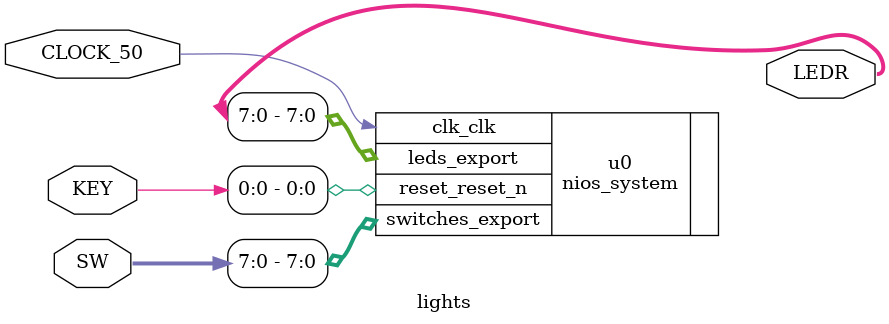
<source format=v>
module lights (CLOCK_50, LEDR, SW, KEY);
	input CLOCK_50; // 50MHz clock.
	output [9:0] LEDR;
	input [9:0] SW;
	input [3:0] KEY;
	
	nios_system u0 (
	  .clk_clk         (CLOCK_50),	//      clk.clk
	  .reset_reset_n   (KEY[0]),		//    reset.reset_n
	  .switches_export (SW[7:0]),		// switches.export
	  .leds_export     (LEDR[7:0])	//     leds.export
	);

endmodule
</source>
